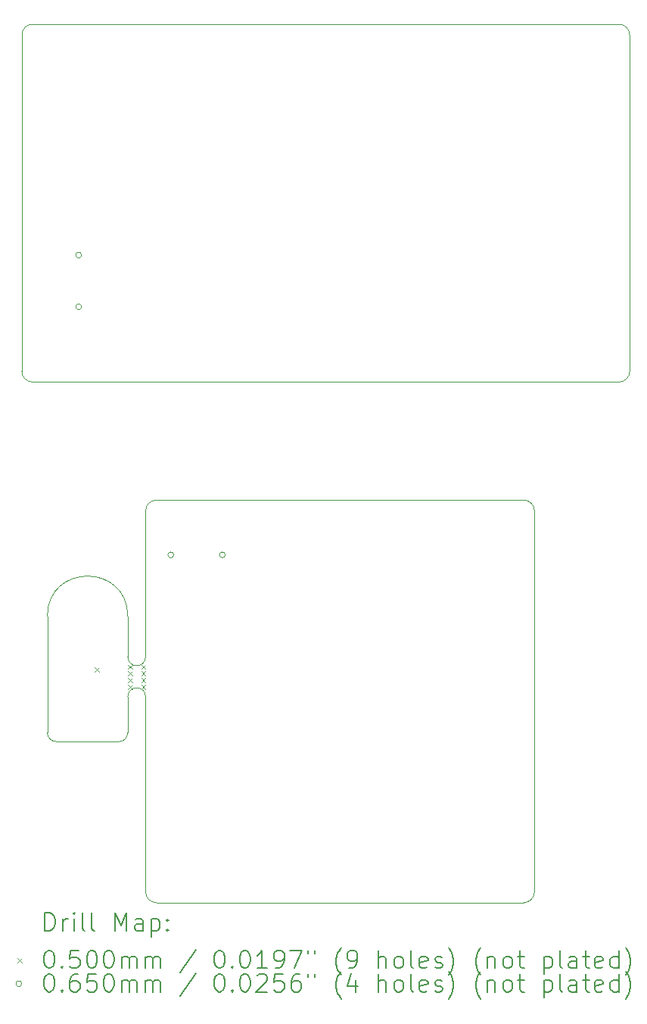
<source format=gbr>
%TF.GenerationSoftware,KiCad,Pcbnew,8.0.5*%
%TF.CreationDate,2024-10-21T14:51:44+02:00*%
%TF.ProjectId,both,626f7468-2e6b-4696-9361-645f70636258,rev?*%
%TF.SameCoordinates,Original*%
%TF.FileFunction,Drillmap*%
%TF.FilePolarity,Positive*%
%FSLAX45Y45*%
G04 Gerber Fmt 4.5, Leading zero omitted, Abs format (unit mm)*
G04 Created by KiCad (PCBNEW 8.0.5) date 2024-10-21 14:51:44*
%MOMM*%
%LPD*%
G01*
G04 APERTURE LIST*
%ADD10C,0.050000*%
%ADD11C,0.200000*%
%ADD12C,0.100000*%
G04 APERTURE END LIST*
D10*
X2803200Y-8645547D02*
X2803200Y-9945547D01*
X4023200Y-7345547D02*
X8133200Y-7345547D01*
X3703200Y-9095547D02*
X3703200Y-8645547D01*
X3903200Y-9095547D02*
G75*
G02*
X3703200Y-9095547I-100000J0D01*
G01*
X8253200Y-7465547D02*
X8253200Y-11725547D01*
X2803200Y-8645547D02*
G75*
G02*
X3703200Y-8645547I450000J0D01*
G01*
X4023200Y-11845547D02*
G75*
G02*
X3903200Y-11725547I0J120000D01*
G01*
X3903200Y-9095547D02*
X3903200Y-7465547D01*
X8133200Y-7345547D02*
G75*
G02*
X8253200Y-7465547I0J-120000D01*
G01*
X3703200Y-9945547D02*
G75*
G02*
X3601587Y-10045534I-100000J0D01*
G01*
X3703200Y-9545547D02*
G75*
G02*
X3903200Y-9545547I100000J0D01*
G01*
X2903200Y-10045547D02*
G75*
G02*
X2803200Y-9945547I0J100000D01*
G01*
X3903200Y-11725547D02*
X3903200Y-9545547D01*
X3903200Y-7465547D02*
G75*
G02*
X4023200Y-7345547I120000J0D01*
G01*
X2903200Y-10045547D02*
X3601587Y-10045547D01*
X8253200Y-11725547D02*
G75*
G02*
X8133200Y-11845547I-120000J0D01*
G01*
X3703200Y-9545547D02*
X3703200Y-9945547D01*
X8133200Y-11845547D02*
X4023200Y-11845547D01*
X2638700Y-6026200D02*
G75*
G02*
X2518700Y-5906200I0J120000D01*
G01*
X9198700Y-2026053D02*
X2638700Y-2026200D01*
X2518700Y-5906200D02*
X2518700Y-2146200D01*
X2638700Y-6026200D02*
X9198700Y-6026200D01*
X2518700Y-2146200D02*
G75*
G02*
X2638700Y-2026200I120000J0D01*
G01*
X9318700Y-5906200D02*
G75*
G02*
X9198700Y-6026200I-120000J0D01*
G01*
X9318700Y-5906200D02*
X9318700Y-2146053D01*
X9198700Y-2026053D02*
G75*
G02*
X9318700Y-2146053I-2J-120002D01*
G01*
D11*
D12*
X3332400Y-9214547D02*
X3382400Y-9264547D01*
X3382400Y-9214547D02*
X3332400Y-9264547D01*
X3703200Y-9185547D02*
X3753200Y-9235547D01*
X3753200Y-9185547D02*
X3703200Y-9235547D01*
X3703200Y-9260547D02*
X3753200Y-9310547D01*
X3753200Y-9260547D02*
X3703200Y-9310547D01*
X3703200Y-9335547D02*
X3753200Y-9385547D01*
X3753200Y-9335547D02*
X3703200Y-9385547D01*
X3703200Y-9410547D02*
X3753200Y-9460547D01*
X3753200Y-9410547D02*
X3703200Y-9460547D01*
X3853200Y-9185547D02*
X3903200Y-9235547D01*
X3903200Y-9185547D02*
X3853200Y-9235547D01*
X3853200Y-9260547D02*
X3903200Y-9310547D01*
X3903200Y-9260547D02*
X3853200Y-9310547D01*
X3853200Y-9335547D02*
X3903200Y-9385547D01*
X3903200Y-9335547D02*
X3853200Y-9385547D01*
X3853200Y-9410547D02*
X3903200Y-9460547D01*
X3903200Y-9410547D02*
X3853200Y-9460547D01*
X3186080Y-4606600D02*
G75*
G02*
X3121080Y-4606600I-32500J0D01*
G01*
X3121080Y-4606600D02*
G75*
G02*
X3186080Y-4606600I32500J0D01*
G01*
X3186080Y-5184600D02*
G75*
G02*
X3121080Y-5184600I-32500J0D01*
G01*
X3121080Y-5184600D02*
G75*
G02*
X3186080Y-5184600I32500J0D01*
G01*
X4216900Y-7958447D02*
G75*
G02*
X4151900Y-7958447I-32500J0D01*
G01*
X4151900Y-7958447D02*
G75*
G02*
X4216900Y-7958447I32500J0D01*
G01*
X4794900Y-7958447D02*
G75*
G02*
X4729900Y-7958447I-32500J0D01*
G01*
X4729900Y-7958447D02*
G75*
G02*
X4794900Y-7958447I32500J0D01*
G01*
D11*
X2776977Y-12159531D02*
X2776977Y-11959531D01*
X2776977Y-11959531D02*
X2824596Y-11959531D01*
X2824596Y-11959531D02*
X2853167Y-11969055D01*
X2853167Y-11969055D02*
X2872215Y-11988102D01*
X2872215Y-11988102D02*
X2881739Y-12007150D01*
X2881739Y-12007150D02*
X2891262Y-12045245D01*
X2891262Y-12045245D02*
X2891262Y-12073817D01*
X2891262Y-12073817D02*
X2881739Y-12111912D01*
X2881739Y-12111912D02*
X2872215Y-12130959D01*
X2872215Y-12130959D02*
X2853167Y-12150007D01*
X2853167Y-12150007D02*
X2824596Y-12159531D01*
X2824596Y-12159531D02*
X2776977Y-12159531D01*
X2976977Y-12159531D02*
X2976977Y-12026198D01*
X2976977Y-12064293D02*
X2986501Y-12045245D01*
X2986501Y-12045245D02*
X2996024Y-12035721D01*
X2996024Y-12035721D02*
X3015072Y-12026198D01*
X3015072Y-12026198D02*
X3034120Y-12026198D01*
X3100786Y-12159531D02*
X3100786Y-12026198D01*
X3100786Y-11959531D02*
X3091262Y-11969055D01*
X3091262Y-11969055D02*
X3100786Y-11978579D01*
X3100786Y-11978579D02*
X3110310Y-11969055D01*
X3110310Y-11969055D02*
X3100786Y-11959531D01*
X3100786Y-11959531D02*
X3100786Y-11978579D01*
X3224596Y-12159531D02*
X3205548Y-12150007D01*
X3205548Y-12150007D02*
X3196024Y-12130959D01*
X3196024Y-12130959D02*
X3196024Y-11959531D01*
X3329358Y-12159531D02*
X3310310Y-12150007D01*
X3310310Y-12150007D02*
X3300786Y-12130959D01*
X3300786Y-12130959D02*
X3300786Y-11959531D01*
X3557929Y-12159531D02*
X3557929Y-11959531D01*
X3557929Y-11959531D02*
X3624596Y-12102388D01*
X3624596Y-12102388D02*
X3691262Y-11959531D01*
X3691262Y-11959531D02*
X3691262Y-12159531D01*
X3872215Y-12159531D02*
X3872215Y-12054769D01*
X3872215Y-12054769D02*
X3862691Y-12035721D01*
X3862691Y-12035721D02*
X3843643Y-12026198D01*
X3843643Y-12026198D02*
X3805548Y-12026198D01*
X3805548Y-12026198D02*
X3786501Y-12035721D01*
X3872215Y-12150007D02*
X3853167Y-12159531D01*
X3853167Y-12159531D02*
X3805548Y-12159531D01*
X3805548Y-12159531D02*
X3786501Y-12150007D01*
X3786501Y-12150007D02*
X3776977Y-12130959D01*
X3776977Y-12130959D02*
X3776977Y-12111912D01*
X3776977Y-12111912D02*
X3786501Y-12092864D01*
X3786501Y-12092864D02*
X3805548Y-12083340D01*
X3805548Y-12083340D02*
X3853167Y-12083340D01*
X3853167Y-12083340D02*
X3872215Y-12073817D01*
X3967453Y-12026198D02*
X3967453Y-12226198D01*
X3967453Y-12035721D02*
X3986501Y-12026198D01*
X3986501Y-12026198D02*
X4024596Y-12026198D01*
X4024596Y-12026198D02*
X4043643Y-12035721D01*
X4043643Y-12035721D02*
X4053167Y-12045245D01*
X4053167Y-12045245D02*
X4062691Y-12064293D01*
X4062691Y-12064293D02*
X4062691Y-12121436D01*
X4062691Y-12121436D02*
X4053167Y-12140483D01*
X4053167Y-12140483D02*
X4043643Y-12150007D01*
X4043643Y-12150007D02*
X4024596Y-12159531D01*
X4024596Y-12159531D02*
X3986501Y-12159531D01*
X3986501Y-12159531D02*
X3967453Y-12150007D01*
X4148405Y-12140483D02*
X4157929Y-12150007D01*
X4157929Y-12150007D02*
X4148405Y-12159531D01*
X4148405Y-12159531D02*
X4138882Y-12150007D01*
X4138882Y-12150007D02*
X4148405Y-12140483D01*
X4148405Y-12140483D02*
X4148405Y-12159531D01*
X4148405Y-12035721D02*
X4157929Y-12045245D01*
X4157929Y-12045245D02*
X4148405Y-12054769D01*
X4148405Y-12054769D02*
X4138882Y-12045245D01*
X4138882Y-12045245D02*
X4148405Y-12035721D01*
X4148405Y-12035721D02*
X4148405Y-12054769D01*
D12*
X2466200Y-12463047D02*
X2516200Y-12513047D01*
X2516200Y-12463047D02*
X2466200Y-12513047D01*
D11*
X2815072Y-12379531D02*
X2834120Y-12379531D01*
X2834120Y-12379531D02*
X2853167Y-12389055D01*
X2853167Y-12389055D02*
X2862691Y-12398579D01*
X2862691Y-12398579D02*
X2872215Y-12417626D01*
X2872215Y-12417626D02*
X2881739Y-12455721D01*
X2881739Y-12455721D02*
X2881739Y-12503340D01*
X2881739Y-12503340D02*
X2872215Y-12541436D01*
X2872215Y-12541436D02*
X2862691Y-12560483D01*
X2862691Y-12560483D02*
X2853167Y-12570007D01*
X2853167Y-12570007D02*
X2834120Y-12579531D01*
X2834120Y-12579531D02*
X2815072Y-12579531D01*
X2815072Y-12579531D02*
X2796024Y-12570007D01*
X2796024Y-12570007D02*
X2786501Y-12560483D01*
X2786501Y-12560483D02*
X2776977Y-12541436D01*
X2776977Y-12541436D02*
X2767453Y-12503340D01*
X2767453Y-12503340D02*
X2767453Y-12455721D01*
X2767453Y-12455721D02*
X2776977Y-12417626D01*
X2776977Y-12417626D02*
X2786501Y-12398579D01*
X2786501Y-12398579D02*
X2796024Y-12389055D01*
X2796024Y-12389055D02*
X2815072Y-12379531D01*
X2967453Y-12560483D02*
X2976977Y-12570007D01*
X2976977Y-12570007D02*
X2967453Y-12579531D01*
X2967453Y-12579531D02*
X2957929Y-12570007D01*
X2957929Y-12570007D02*
X2967453Y-12560483D01*
X2967453Y-12560483D02*
X2967453Y-12579531D01*
X3157929Y-12379531D02*
X3062691Y-12379531D01*
X3062691Y-12379531D02*
X3053167Y-12474769D01*
X3053167Y-12474769D02*
X3062691Y-12465245D01*
X3062691Y-12465245D02*
X3081739Y-12455721D01*
X3081739Y-12455721D02*
X3129358Y-12455721D01*
X3129358Y-12455721D02*
X3148405Y-12465245D01*
X3148405Y-12465245D02*
X3157929Y-12474769D01*
X3157929Y-12474769D02*
X3167453Y-12493817D01*
X3167453Y-12493817D02*
X3167453Y-12541436D01*
X3167453Y-12541436D02*
X3157929Y-12560483D01*
X3157929Y-12560483D02*
X3148405Y-12570007D01*
X3148405Y-12570007D02*
X3129358Y-12579531D01*
X3129358Y-12579531D02*
X3081739Y-12579531D01*
X3081739Y-12579531D02*
X3062691Y-12570007D01*
X3062691Y-12570007D02*
X3053167Y-12560483D01*
X3291262Y-12379531D02*
X3310310Y-12379531D01*
X3310310Y-12379531D02*
X3329358Y-12389055D01*
X3329358Y-12389055D02*
X3338882Y-12398579D01*
X3338882Y-12398579D02*
X3348405Y-12417626D01*
X3348405Y-12417626D02*
X3357929Y-12455721D01*
X3357929Y-12455721D02*
X3357929Y-12503340D01*
X3357929Y-12503340D02*
X3348405Y-12541436D01*
X3348405Y-12541436D02*
X3338882Y-12560483D01*
X3338882Y-12560483D02*
X3329358Y-12570007D01*
X3329358Y-12570007D02*
X3310310Y-12579531D01*
X3310310Y-12579531D02*
X3291262Y-12579531D01*
X3291262Y-12579531D02*
X3272215Y-12570007D01*
X3272215Y-12570007D02*
X3262691Y-12560483D01*
X3262691Y-12560483D02*
X3253167Y-12541436D01*
X3253167Y-12541436D02*
X3243643Y-12503340D01*
X3243643Y-12503340D02*
X3243643Y-12455721D01*
X3243643Y-12455721D02*
X3253167Y-12417626D01*
X3253167Y-12417626D02*
X3262691Y-12398579D01*
X3262691Y-12398579D02*
X3272215Y-12389055D01*
X3272215Y-12389055D02*
X3291262Y-12379531D01*
X3481739Y-12379531D02*
X3500786Y-12379531D01*
X3500786Y-12379531D02*
X3519834Y-12389055D01*
X3519834Y-12389055D02*
X3529358Y-12398579D01*
X3529358Y-12398579D02*
X3538882Y-12417626D01*
X3538882Y-12417626D02*
X3548405Y-12455721D01*
X3548405Y-12455721D02*
X3548405Y-12503340D01*
X3548405Y-12503340D02*
X3538882Y-12541436D01*
X3538882Y-12541436D02*
X3529358Y-12560483D01*
X3529358Y-12560483D02*
X3519834Y-12570007D01*
X3519834Y-12570007D02*
X3500786Y-12579531D01*
X3500786Y-12579531D02*
X3481739Y-12579531D01*
X3481739Y-12579531D02*
X3462691Y-12570007D01*
X3462691Y-12570007D02*
X3453167Y-12560483D01*
X3453167Y-12560483D02*
X3443643Y-12541436D01*
X3443643Y-12541436D02*
X3434120Y-12503340D01*
X3434120Y-12503340D02*
X3434120Y-12455721D01*
X3434120Y-12455721D02*
X3443643Y-12417626D01*
X3443643Y-12417626D02*
X3453167Y-12398579D01*
X3453167Y-12398579D02*
X3462691Y-12389055D01*
X3462691Y-12389055D02*
X3481739Y-12379531D01*
X3634120Y-12579531D02*
X3634120Y-12446198D01*
X3634120Y-12465245D02*
X3643643Y-12455721D01*
X3643643Y-12455721D02*
X3662691Y-12446198D01*
X3662691Y-12446198D02*
X3691263Y-12446198D01*
X3691263Y-12446198D02*
X3710310Y-12455721D01*
X3710310Y-12455721D02*
X3719834Y-12474769D01*
X3719834Y-12474769D02*
X3719834Y-12579531D01*
X3719834Y-12474769D02*
X3729358Y-12455721D01*
X3729358Y-12455721D02*
X3748405Y-12446198D01*
X3748405Y-12446198D02*
X3776977Y-12446198D01*
X3776977Y-12446198D02*
X3796024Y-12455721D01*
X3796024Y-12455721D02*
X3805548Y-12474769D01*
X3805548Y-12474769D02*
X3805548Y-12579531D01*
X3900786Y-12579531D02*
X3900786Y-12446198D01*
X3900786Y-12465245D02*
X3910310Y-12455721D01*
X3910310Y-12455721D02*
X3929358Y-12446198D01*
X3929358Y-12446198D02*
X3957929Y-12446198D01*
X3957929Y-12446198D02*
X3976977Y-12455721D01*
X3976977Y-12455721D02*
X3986501Y-12474769D01*
X3986501Y-12474769D02*
X3986501Y-12579531D01*
X3986501Y-12474769D02*
X3996024Y-12455721D01*
X3996024Y-12455721D02*
X4015072Y-12446198D01*
X4015072Y-12446198D02*
X4043643Y-12446198D01*
X4043643Y-12446198D02*
X4062691Y-12455721D01*
X4062691Y-12455721D02*
X4072215Y-12474769D01*
X4072215Y-12474769D02*
X4072215Y-12579531D01*
X4462691Y-12370007D02*
X4291263Y-12627150D01*
X4719834Y-12379531D02*
X4738882Y-12379531D01*
X4738882Y-12379531D02*
X4757929Y-12389055D01*
X4757929Y-12389055D02*
X4767453Y-12398579D01*
X4767453Y-12398579D02*
X4776977Y-12417626D01*
X4776977Y-12417626D02*
X4786501Y-12455721D01*
X4786501Y-12455721D02*
X4786501Y-12503340D01*
X4786501Y-12503340D02*
X4776977Y-12541436D01*
X4776977Y-12541436D02*
X4767453Y-12560483D01*
X4767453Y-12560483D02*
X4757929Y-12570007D01*
X4757929Y-12570007D02*
X4738882Y-12579531D01*
X4738882Y-12579531D02*
X4719834Y-12579531D01*
X4719834Y-12579531D02*
X4700787Y-12570007D01*
X4700787Y-12570007D02*
X4691263Y-12560483D01*
X4691263Y-12560483D02*
X4681739Y-12541436D01*
X4681739Y-12541436D02*
X4672215Y-12503340D01*
X4672215Y-12503340D02*
X4672215Y-12455721D01*
X4672215Y-12455721D02*
X4681739Y-12417626D01*
X4681739Y-12417626D02*
X4691263Y-12398579D01*
X4691263Y-12398579D02*
X4700787Y-12389055D01*
X4700787Y-12389055D02*
X4719834Y-12379531D01*
X4872215Y-12560483D02*
X4881739Y-12570007D01*
X4881739Y-12570007D02*
X4872215Y-12579531D01*
X4872215Y-12579531D02*
X4862691Y-12570007D01*
X4862691Y-12570007D02*
X4872215Y-12560483D01*
X4872215Y-12560483D02*
X4872215Y-12579531D01*
X5005548Y-12379531D02*
X5024596Y-12379531D01*
X5024596Y-12379531D02*
X5043644Y-12389055D01*
X5043644Y-12389055D02*
X5053168Y-12398579D01*
X5053168Y-12398579D02*
X5062691Y-12417626D01*
X5062691Y-12417626D02*
X5072215Y-12455721D01*
X5072215Y-12455721D02*
X5072215Y-12503340D01*
X5072215Y-12503340D02*
X5062691Y-12541436D01*
X5062691Y-12541436D02*
X5053168Y-12560483D01*
X5053168Y-12560483D02*
X5043644Y-12570007D01*
X5043644Y-12570007D02*
X5024596Y-12579531D01*
X5024596Y-12579531D02*
X5005548Y-12579531D01*
X5005548Y-12579531D02*
X4986501Y-12570007D01*
X4986501Y-12570007D02*
X4976977Y-12560483D01*
X4976977Y-12560483D02*
X4967453Y-12541436D01*
X4967453Y-12541436D02*
X4957929Y-12503340D01*
X4957929Y-12503340D02*
X4957929Y-12455721D01*
X4957929Y-12455721D02*
X4967453Y-12417626D01*
X4967453Y-12417626D02*
X4976977Y-12398579D01*
X4976977Y-12398579D02*
X4986501Y-12389055D01*
X4986501Y-12389055D02*
X5005548Y-12379531D01*
X5262691Y-12579531D02*
X5148406Y-12579531D01*
X5205548Y-12579531D02*
X5205548Y-12379531D01*
X5205548Y-12379531D02*
X5186501Y-12408102D01*
X5186501Y-12408102D02*
X5167453Y-12427150D01*
X5167453Y-12427150D02*
X5148406Y-12436674D01*
X5357929Y-12579531D02*
X5396025Y-12579531D01*
X5396025Y-12579531D02*
X5415072Y-12570007D01*
X5415072Y-12570007D02*
X5424596Y-12560483D01*
X5424596Y-12560483D02*
X5443644Y-12531912D01*
X5443644Y-12531912D02*
X5453168Y-12493817D01*
X5453168Y-12493817D02*
X5453168Y-12417626D01*
X5453168Y-12417626D02*
X5443644Y-12398579D01*
X5443644Y-12398579D02*
X5434120Y-12389055D01*
X5434120Y-12389055D02*
X5415072Y-12379531D01*
X5415072Y-12379531D02*
X5376977Y-12379531D01*
X5376977Y-12379531D02*
X5357929Y-12389055D01*
X5357929Y-12389055D02*
X5348406Y-12398579D01*
X5348406Y-12398579D02*
X5338882Y-12417626D01*
X5338882Y-12417626D02*
X5338882Y-12465245D01*
X5338882Y-12465245D02*
X5348406Y-12484293D01*
X5348406Y-12484293D02*
X5357929Y-12493817D01*
X5357929Y-12493817D02*
X5376977Y-12503340D01*
X5376977Y-12503340D02*
X5415072Y-12503340D01*
X5415072Y-12503340D02*
X5434120Y-12493817D01*
X5434120Y-12493817D02*
X5443644Y-12484293D01*
X5443644Y-12484293D02*
X5453168Y-12465245D01*
X5519834Y-12379531D02*
X5653167Y-12379531D01*
X5653167Y-12379531D02*
X5567453Y-12579531D01*
X5719834Y-12379531D02*
X5719834Y-12417626D01*
X5796025Y-12379531D02*
X5796025Y-12417626D01*
X6091263Y-12655721D02*
X6081739Y-12646198D01*
X6081739Y-12646198D02*
X6062691Y-12617626D01*
X6062691Y-12617626D02*
X6053168Y-12598579D01*
X6053168Y-12598579D02*
X6043644Y-12570007D01*
X6043644Y-12570007D02*
X6034120Y-12522388D01*
X6034120Y-12522388D02*
X6034120Y-12484293D01*
X6034120Y-12484293D02*
X6043644Y-12436674D01*
X6043644Y-12436674D02*
X6053168Y-12408102D01*
X6053168Y-12408102D02*
X6062691Y-12389055D01*
X6062691Y-12389055D02*
X6081739Y-12360483D01*
X6081739Y-12360483D02*
X6091263Y-12350959D01*
X6176977Y-12579531D02*
X6215072Y-12579531D01*
X6215072Y-12579531D02*
X6234120Y-12570007D01*
X6234120Y-12570007D02*
X6243644Y-12560483D01*
X6243644Y-12560483D02*
X6262691Y-12531912D01*
X6262691Y-12531912D02*
X6272215Y-12493817D01*
X6272215Y-12493817D02*
X6272215Y-12417626D01*
X6272215Y-12417626D02*
X6262691Y-12398579D01*
X6262691Y-12398579D02*
X6253168Y-12389055D01*
X6253168Y-12389055D02*
X6234120Y-12379531D01*
X6234120Y-12379531D02*
X6196025Y-12379531D01*
X6196025Y-12379531D02*
X6176977Y-12389055D01*
X6176977Y-12389055D02*
X6167453Y-12398579D01*
X6167453Y-12398579D02*
X6157929Y-12417626D01*
X6157929Y-12417626D02*
X6157929Y-12465245D01*
X6157929Y-12465245D02*
X6167453Y-12484293D01*
X6167453Y-12484293D02*
X6176977Y-12493817D01*
X6176977Y-12493817D02*
X6196025Y-12503340D01*
X6196025Y-12503340D02*
X6234120Y-12503340D01*
X6234120Y-12503340D02*
X6253168Y-12493817D01*
X6253168Y-12493817D02*
X6262691Y-12484293D01*
X6262691Y-12484293D02*
X6272215Y-12465245D01*
X6510310Y-12579531D02*
X6510310Y-12379531D01*
X6596025Y-12579531D02*
X6596025Y-12474769D01*
X6596025Y-12474769D02*
X6586501Y-12455721D01*
X6586501Y-12455721D02*
X6567453Y-12446198D01*
X6567453Y-12446198D02*
X6538882Y-12446198D01*
X6538882Y-12446198D02*
X6519834Y-12455721D01*
X6519834Y-12455721D02*
X6510310Y-12465245D01*
X6719834Y-12579531D02*
X6700787Y-12570007D01*
X6700787Y-12570007D02*
X6691263Y-12560483D01*
X6691263Y-12560483D02*
X6681739Y-12541436D01*
X6681739Y-12541436D02*
X6681739Y-12484293D01*
X6681739Y-12484293D02*
X6691263Y-12465245D01*
X6691263Y-12465245D02*
X6700787Y-12455721D01*
X6700787Y-12455721D02*
X6719834Y-12446198D01*
X6719834Y-12446198D02*
X6748406Y-12446198D01*
X6748406Y-12446198D02*
X6767453Y-12455721D01*
X6767453Y-12455721D02*
X6776977Y-12465245D01*
X6776977Y-12465245D02*
X6786501Y-12484293D01*
X6786501Y-12484293D02*
X6786501Y-12541436D01*
X6786501Y-12541436D02*
X6776977Y-12560483D01*
X6776977Y-12560483D02*
X6767453Y-12570007D01*
X6767453Y-12570007D02*
X6748406Y-12579531D01*
X6748406Y-12579531D02*
X6719834Y-12579531D01*
X6900787Y-12579531D02*
X6881739Y-12570007D01*
X6881739Y-12570007D02*
X6872215Y-12550959D01*
X6872215Y-12550959D02*
X6872215Y-12379531D01*
X7053168Y-12570007D02*
X7034120Y-12579531D01*
X7034120Y-12579531D02*
X6996025Y-12579531D01*
X6996025Y-12579531D02*
X6976977Y-12570007D01*
X6976977Y-12570007D02*
X6967453Y-12550959D01*
X6967453Y-12550959D02*
X6967453Y-12474769D01*
X6967453Y-12474769D02*
X6976977Y-12455721D01*
X6976977Y-12455721D02*
X6996025Y-12446198D01*
X6996025Y-12446198D02*
X7034120Y-12446198D01*
X7034120Y-12446198D02*
X7053168Y-12455721D01*
X7053168Y-12455721D02*
X7062691Y-12474769D01*
X7062691Y-12474769D02*
X7062691Y-12493817D01*
X7062691Y-12493817D02*
X6967453Y-12512864D01*
X7138882Y-12570007D02*
X7157930Y-12579531D01*
X7157930Y-12579531D02*
X7196025Y-12579531D01*
X7196025Y-12579531D02*
X7215072Y-12570007D01*
X7215072Y-12570007D02*
X7224596Y-12550959D01*
X7224596Y-12550959D02*
X7224596Y-12541436D01*
X7224596Y-12541436D02*
X7215072Y-12522388D01*
X7215072Y-12522388D02*
X7196025Y-12512864D01*
X7196025Y-12512864D02*
X7167453Y-12512864D01*
X7167453Y-12512864D02*
X7148406Y-12503340D01*
X7148406Y-12503340D02*
X7138882Y-12484293D01*
X7138882Y-12484293D02*
X7138882Y-12474769D01*
X7138882Y-12474769D02*
X7148406Y-12455721D01*
X7148406Y-12455721D02*
X7167453Y-12446198D01*
X7167453Y-12446198D02*
X7196025Y-12446198D01*
X7196025Y-12446198D02*
X7215072Y-12455721D01*
X7291263Y-12655721D02*
X7300787Y-12646198D01*
X7300787Y-12646198D02*
X7319834Y-12617626D01*
X7319834Y-12617626D02*
X7329358Y-12598579D01*
X7329358Y-12598579D02*
X7338882Y-12570007D01*
X7338882Y-12570007D02*
X7348406Y-12522388D01*
X7348406Y-12522388D02*
X7348406Y-12484293D01*
X7348406Y-12484293D02*
X7338882Y-12436674D01*
X7338882Y-12436674D02*
X7329358Y-12408102D01*
X7329358Y-12408102D02*
X7319834Y-12389055D01*
X7319834Y-12389055D02*
X7300787Y-12360483D01*
X7300787Y-12360483D02*
X7291263Y-12350959D01*
X7653168Y-12655721D02*
X7643644Y-12646198D01*
X7643644Y-12646198D02*
X7624596Y-12617626D01*
X7624596Y-12617626D02*
X7615072Y-12598579D01*
X7615072Y-12598579D02*
X7605549Y-12570007D01*
X7605549Y-12570007D02*
X7596025Y-12522388D01*
X7596025Y-12522388D02*
X7596025Y-12484293D01*
X7596025Y-12484293D02*
X7605549Y-12436674D01*
X7605549Y-12436674D02*
X7615072Y-12408102D01*
X7615072Y-12408102D02*
X7624596Y-12389055D01*
X7624596Y-12389055D02*
X7643644Y-12360483D01*
X7643644Y-12360483D02*
X7653168Y-12350959D01*
X7729358Y-12446198D02*
X7729358Y-12579531D01*
X7729358Y-12465245D02*
X7738882Y-12455721D01*
X7738882Y-12455721D02*
X7757930Y-12446198D01*
X7757930Y-12446198D02*
X7786501Y-12446198D01*
X7786501Y-12446198D02*
X7805549Y-12455721D01*
X7805549Y-12455721D02*
X7815072Y-12474769D01*
X7815072Y-12474769D02*
X7815072Y-12579531D01*
X7938882Y-12579531D02*
X7919834Y-12570007D01*
X7919834Y-12570007D02*
X7910311Y-12560483D01*
X7910311Y-12560483D02*
X7900787Y-12541436D01*
X7900787Y-12541436D02*
X7900787Y-12484293D01*
X7900787Y-12484293D02*
X7910311Y-12465245D01*
X7910311Y-12465245D02*
X7919834Y-12455721D01*
X7919834Y-12455721D02*
X7938882Y-12446198D01*
X7938882Y-12446198D02*
X7967453Y-12446198D01*
X7967453Y-12446198D02*
X7986501Y-12455721D01*
X7986501Y-12455721D02*
X7996025Y-12465245D01*
X7996025Y-12465245D02*
X8005549Y-12484293D01*
X8005549Y-12484293D02*
X8005549Y-12541436D01*
X8005549Y-12541436D02*
X7996025Y-12560483D01*
X7996025Y-12560483D02*
X7986501Y-12570007D01*
X7986501Y-12570007D02*
X7967453Y-12579531D01*
X7967453Y-12579531D02*
X7938882Y-12579531D01*
X8062692Y-12446198D02*
X8138882Y-12446198D01*
X8091263Y-12379531D02*
X8091263Y-12550959D01*
X8091263Y-12550959D02*
X8100787Y-12570007D01*
X8100787Y-12570007D02*
X8119834Y-12579531D01*
X8119834Y-12579531D02*
X8138882Y-12579531D01*
X8357930Y-12446198D02*
X8357930Y-12646198D01*
X8357930Y-12455721D02*
X8376977Y-12446198D01*
X8376977Y-12446198D02*
X8415073Y-12446198D01*
X8415073Y-12446198D02*
X8434120Y-12455721D01*
X8434120Y-12455721D02*
X8443644Y-12465245D01*
X8443644Y-12465245D02*
X8453168Y-12484293D01*
X8453168Y-12484293D02*
X8453168Y-12541436D01*
X8453168Y-12541436D02*
X8443644Y-12560483D01*
X8443644Y-12560483D02*
X8434120Y-12570007D01*
X8434120Y-12570007D02*
X8415073Y-12579531D01*
X8415073Y-12579531D02*
X8376977Y-12579531D01*
X8376977Y-12579531D02*
X8357930Y-12570007D01*
X8567454Y-12579531D02*
X8548406Y-12570007D01*
X8548406Y-12570007D02*
X8538882Y-12550959D01*
X8538882Y-12550959D02*
X8538882Y-12379531D01*
X8729358Y-12579531D02*
X8729358Y-12474769D01*
X8729358Y-12474769D02*
X8719835Y-12455721D01*
X8719835Y-12455721D02*
X8700787Y-12446198D01*
X8700787Y-12446198D02*
X8662692Y-12446198D01*
X8662692Y-12446198D02*
X8643644Y-12455721D01*
X8729358Y-12570007D02*
X8710311Y-12579531D01*
X8710311Y-12579531D02*
X8662692Y-12579531D01*
X8662692Y-12579531D02*
X8643644Y-12570007D01*
X8643644Y-12570007D02*
X8634120Y-12550959D01*
X8634120Y-12550959D02*
X8634120Y-12531912D01*
X8634120Y-12531912D02*
X8643644Y-12512864D01*
X8643644Y-12512864D02*
X8662692Y-12503340D01*
X8662692Y-12503340D02*
X8710311Y-12503340D01*
X8710311Y-12503340D02*
X8729358Y-12493817D01*
X8796025Y-12446198D02*
X8872215Y-12446198D01*
X8824596Y-12379531D02*
X8824596Y-12550959D01*
X8824596Y-12550959D02*
X8834120Y-12570007D01*
X8834120Y-12570007D02*
X8853168Y-12579531D01*
X8853168Y-12579531D02*
X8872215Y-12579531D01*
X9015073Y-12570007D02*
X8996025Y-12579531D01*
X8996025Y-12579531D02*
X8957930Y-12579531D01*
X8957930Y-12579531D02*
X8938882Y-12570007D01*
X8938882Y-12570007D02*
X8929358Y-12550959D01*
X8929358Y-12550959D02*
X8929358Y-12474769D01*
X8929358Y-12474769D02*
X8938882Y-12455721D01*
X8938882Y-12455721D02*
X8957930Y-12446198D01*
X8957930Y-12446198D02*
X8996025Y-12446198D01*
X8996025Y-12446198D02*
X9015073Y-12455721D01*
X9015073Y-12455721D02*
X9024596Y-12474769D01*
X9024596Y-12474769D02*
X9024596Y-12493817D01*
X9024596Y-12493817D02*
X8929358Y-12512864D01*
X9196025Y-12579531D02*
X9196025Y-12379531D01*
X9196025Y-12570007D02*
X9176977Y-12579531D01*
X9176977Y-12579531D02*
X9138882Y-12579531D01*
X9138882Y-12579531D02*
X9119835Y-12570007D01*
X9119835Y-12570007D02*
X9110311Y-12560483D01*
X9110311Y-12560483D02*
X9100787Y-12541436D01*
X9100787Y-12541436D02*
X9100787Y-12484293D01*
X9100787Y-12484293D02*
X9110311Y-12465245D01*
X9110311Y-12465245D02*
X9119835Y-12455721D01*
X9119835Y-12455721D02*
X9138882Y-12446198D01*
X9138882Y-12446198D02*
X9176977Y-12446198D01*
X9176977Y-12446198D02*
X9196025Y-12455721D01*
X9272216Y-12655721D02*
X9281739Y-12646198D01*
X9281739Y-12646198D02*
X9300787Y-12617626D01*
X9300787Y-12617626D02*
X9310311Y-12598579D01*
X9310311Y-12598579D02*
X9319835Y-12570007D01*
X9319835Y-12570007D02*
X9329358Y-12522388D01*
X9329358Y-12522388D02*
X9329358Y-12484293D01*
X9329358Y-12484293D02*
X9319835Y-12436674D01*
X9319835Y-12436674D02*
X9310311Y-12408102D01*
X9310311Y-12408102D02*
X9300787Y-12389055D01*
X9300787Y-12389055D02*
X9281739Y-12360483D01*
X9281739Y-12360483D02*
X9272216Y-12350959D01*
D12*
X2516200Y-12752047D02*
G75*
G02*
X2451200Y-12752047I-32500J0D01*
G01*
X2451200Y-12752047D02*
G75*
G02*
X2516200Y-12752047I32500J0D01*
G01*
D11*
X2815072Y-12643531D02*
X2834120Y-12643531D01*
X2834120Y-12643531D02*
X2853167Y-12653055D01*
X2853167Y-12653055D02*
X2862691Y-12662579D01*
X2862691Y-12662579D02*
X2872215Y-12681626D01*
X2872215Y-12681626D02*
X2881739Y-12719721D01*
X2881739Y-12719721D02*
X2881739Y-12767340D01*
X2881739Y-12767340D02*
X2872215Y-12805436D01*
X2872215Y-12805436D02*
X2862691Y-12824483D01*
X2862691Y-12824483D02*
X2853167Y-12834007D01*
X2853167Y-12834007D02*
X2834120Y-12843531D01*
X2834120Y-12843531D02*
X2815072Y-12843531D01*
X2815072Y-12843531D02*
X2796024Y-12834007D01*
X2796024Y-12834007D02*
X2786501Y-12824483D01*
X2786501Y-12824483D02*
X2776977Y-12805436D01*
X2776977Y-12805436D02*
X2767453Y-12767340D01*
X2767453Y-12767340D02*
X2767453Y-12719721D01*
X2767453Y-12719721D02*
X2776977Y-12681626D01*
X2776977Y-12681626D02*
X2786501Y-12662579D01*
X2786501Y-12662579D02*
X2796024Y-12653055D01*
X2796024Y-12653055D02*
X2815072Y-12643531D01*
X2967453Y-12824483D02*
X2976977Y-12834007D01*
X2976977Y-12834007D02*
X2967453Y-12843531D01*
X2967453Y-12843531D02*
X2957929Y-12834007D01*
X2957929Y-12834007D02*
X2967453Y-12824483D01*
X2967453Y-12824483D02*
X2967453Y-12843531D01*
X3148405Y-12643531D02*
X3110310Y-12643531D01*
X3110310Y-12643531D02*
X3091262Y-12653055D01*
X3091262Y-12653055D02*
X3081739Y-12662579D01*
X3081739Y-12662579D02*
X3062691Y-12691150D01*
X3062691Y-12691150D02*
X3053167Y-12729245D01*
X3053167Y-12729245D02*
X3053167Y-12805436D01*
X3053167Y-12805436D02*
X3062691Y-12824483D01*
X3062691Y-12824483D02*
X3072215Y-12834007D01*
X3072215Y-12834007D02*
X3091262Y-12843531D01*
X3091262Y-12843531D02*
X3129358Y-12843531D01*
X3129358Y-12843531D02*
X3148405Y-12834007D01*
X3148405Y-12834007D02*
X3157929Y-12824483D01*
X3157929Y-12824483D02*
X3167453Y-12805436D01*
X3167453Y-12805436D02*
X3167453Y-12757817D01*
X3167453Y-12757817D02*
X3157929Y-12738769D01*
X3157929Y-12738769D02*
X3148405Y-12729245D01*
X3148405Y-12729245D02*
X3129358Y-12719721D01*
X3129358Y-12719721D02*
X3091262Y-12719721D01*
X3091262Y-12719721D02*
X3072215Y-12729245D01*
X3072215Y-12729245D02*
X3062691Y-12738769D01*
X3062691Y-12738769D02*
X3053167Y-12757817D01*
X3348405Y-12643531D02*
X3253167Y-12643531D01*
X3253167Y-12643531D02*
X3243643Y-12738769D01*
X3243643Y-12738769D02*
X3253167Y-12729245D01*
X3253167Y-12729245D02*
X3272215Y-12719721D01*
X3272215Y-12719721D02*
X3319834Y-12719721D01*
X3319834Y-12719721D02*
X3338882Y-12729245D01*
X3338882Y-12729245D02*
X3348405Y-12738769D01*
X3348405Y-12738769D02*
X3357929Y-12757817D01*
X3357929Y-12757817D02*
X3357929Y-12805436D01*
X3357929Y-12805436D02*
X3348405Y-12824483D01*
X3348405Y-12824483D02*
X3338882Y-12834007D01*
X3338882Y-12834007D02*
X3319834Y-12843531D01*
X3319834Y-12843531D02*
X3272215Y-12843531D01*
X3272215Y-12843531D02*
X3253167Y-12834007D01*
X3253167Y-12834007D02*
X3243643Y-12824483D01*
X3481739Y-12643531D02*
X3500786Y-12643531D01*
X3500786Y-12643531D02*
X3519834Y-12653055D01*
X3519834Y-12653055D02*
X3529358Y-12662579D01*
X3529358Y-12662579D02*
X3538882Y-12681626D01*
X3538882Y-12681626D02*
X3548405Y-12719721D01*
X3548405Y-12719721D02*
X3548405Y-12767340D01*
X3548405Y-12767340D02*
X3538882Y-12805436D01*
X3538882Y-12805436D02*
X3529358Y-12824483D01*
X3529358Y-12824483D02*
X3519834Y-12834007D01*
X3519834Y-12834007D02*
X3500786Y-12843531D01*
X3500786Y-12843531D02*
X3481739Y-12843531D01*
X3481739Y-12843531D02*
X3462691Y-12834007D01*
X3462691Y-12834007D02*
X3453167Y-12824483D01*
X3453167Y-12824483D02*
X3443643Y-12805436D01*
X3443643Y-12805436D02*
X3434120Y-12767340D01*
X3434120Y-12767340D02*
X3434120Y-12719721D01*
X3434120Y-12719721D02*
X3443643Y-12681626D01*
X3443643Y-12681626D02*
X3453167Y-12662579D01*
X3453167Y-12662579D02*
X3462691Y-12653055D01*
X3462691Y-12653055D02*
X3481739Y-12643531D01*
X3634120Y-12843531D02*
X3634120Y-12710198D01*
X3634120Y-12729245D02*
X3643643Y-12719721D01*
X3643643Y-12719721D02*
X3662691Y-12710198D01*
X3662691Y-12710198D02*
X3691263Y-12710198D01*
X3691263Y-12710198D02*
X3710310Y-12719721D01*
X3710310Y-12719721D02*
X3719834Y-12738769D01*
X3719834Y-12738769D02*
X3719834Y-12843531D01*
X3719834Y-12738769D02*
X3729358Y-12719721D01*
X3729358Y-12719721D02*
X3748405Y-12710198D01*
X3748405Y-12710198D02*
X3776977Y-12710198D01*
X3776977Y-12710198D02*
X3796024Y-12719721D01*
X3796024Y-12719721D02*
X3805548Y-12738769D01*
X3805548Y-12738769D02*
X3805548Y-12843531D01*
X3900786Y-12843531D02*
X3900786Y-12710198D01*
X3900786Y-12729245D02*
X3910310Y-12719721D01*
X3910310Y-12719721D02*
X3929358Y-12710198D01*
X3929358Y-12710198D02*
X3957929Y-12710198D01*
X3957929Y-12710198D02*
X3976977Y-12719721D01*
X3976977Y-12719721D02*
X3986501Y-12738769D01*
X3986501Y-12738769D02*
X3986501Y-12843531D01*
X3986501Y-12738769D02*
X3996024Y-12719721D01*
X3996024Y-12719721D02*
X4015072Y-12710198D01*
X4015072Y-12710198D02*
X4043643Y-12710198D01*
X4043643Y-12710198D02*
X4062691Y-12719721D01*
X4062691Y-12719721D02*
X4072215Y-12738769D01*
X4072215Y-12738769D02*
X4072215Y-12843531D01*
X4462691Y-12634007D02*
X4291263Y-12891150D01*
X4719834Y-12643531D02*
X4738882Y-12643531D01*
X4738882Y-12643531D02*
X4757929Y-12653055D01*
X4757929Y-12653055D02*
X4767453Y-12662579D01*
X4767453Y-12662579D02*
X4776977Y-12681626D01*
X4776977Y-12681626D02*
X4786501Y-12719721D01*
X4786501Y-12719721D02*
X4786501Y-12767340D01*
X4786501Y-12767340D02*
X4776977Y-12805436D01*
X4776977Y-12805436D02*
X4767453Y-12824483D01*
X4767453Y-12824483D02*
X4757929Y-12834007D01*
X4757929Y-12834007D02*
X4738882Y-12843531D01*
X4738882Y-12843531D02*
X4719834Y-12843531D01*
X4719834Y-12843531D02*
X4700787Y-12834007D01*
X4700787Y-12834007D02*
X4691263Y-12824483D01*
X4691263Y-12824483D02*
X4681739Y-12805436D01*
X4681739Y-12805436D02*
X4672215Y-12767340D01*
X4672215Y-12767340D02*
X4672215Y-12719721D01*
X4672215Y-12719721D02*
X4681739Y-12681626D01*
X4681739Y-12681626D02*
X4691263Y-12662579D01*
X4691263Y-12662579D02*
X4700787Y-12653055D01*
X4700787Y-12653055D02*
X4719834Y-12643531D01*
X4872215Y-12824483D02*
X4881739Y-12834007D01*
X4881739Y-12834007D02*
X4872215Y-12843531D01*
X4872215Y-12843531D02*
X4862691Y-12834007D01*
X4862691Y-12834007D02*
X4872215Y-12824483D01*
X4872215Y-12824483D02*
X4872215Y-12843531D01*
X5005548Y-12643531D02*
X5024596Y-12643531D01*
X5024596Y-12643531D02*
X5043644Y-12653055D01*
X5043644Y-12653055D02*
X5053168Y-12662579D01*
X5053168Y-12662579D02*
X5062691Y-12681626D01*
X5062691Y-12681626D02*
X5072215Y-12719721D01*
X5072215Y-12719721D02*
X5072215Y-12767340D01*
X5072215Y-12767340D02*
X5062691Y-12805436D01*
X5062691Y-12805436D02*
X5053168Y-12824483D01*
X5053168Y-12824483D02*
X5043644Y-12834007D01*
X5043644Y-12834007D02*
X5024596Y-12843531D01*
X5024596Y-12843531D02*
X5005548Y-12843531D01*
X5005548Y-12843531D02*
X4986501Y-12834007D01*
X4986501Y-12834007D02*
X4976977Y-12824483D01*
X4976977Y-12824483D02*
X4967453Y-12805436D01*
X4967453Y-12805436D02*
X4957929Y-12767340D01*
X4957929Y-12767340D02*
X4957929Y-12719721D01*
X4957929Y-12719721D02*
X4967453Y-12681626D01*
X4967453Y-12681626D02*
X4976977Y-12662579D01*
X4976977Y-12662579D02*
X4986501Y-12653055D01*
X4986501Y-12653055D02*
X5005548Y-12643531D01*
X5148406Y-12662579D02*
X5157929Y-12653055D01*
X5157929Y-12653055D02*
X5176977Y-12643531D01*
X5176977Y-12643531D02*
X5224596Y-12643531D01*
X5224596Y-12643531D02*
X5243644Y-12653055D01*
X5243644Y-12653055D02*
X5253168Y-12662579D01*
X5253168Y-12662579D02*
X5262691Y-12681626D01*
X5262691Y-12681626D02*
X5262691Y-12700674D01*
X5262691Y-12700674D02*
X5253168Y-12729245D01*
X5253168Y-12729245D02*
X5138882Y-12843531D01*
X5138882Y-12843531D02*
X5262691Y-12843531D01*
X5443644Y-12643531D02*
X5348406Y-12643531D01*
X5348406Y-12643531D02*
X5338882Y-12738769D01*
X5338882Y-12738769D02*
X5348406Y-12729245D01*
X5348406Y-12729245D02*
X5367453Y-12719721D01*
X5367453Y-12719721D02*
X5415072Y-12719721D01*
X5415072Y-12719721D02*
X5434120Y-12729245D01*
X5434120Y-12729245D02*
X5443644Y-12738769D01*
X5443644Y-12738769D02*
X5453168Y-12757817D01*
X5453168Y-12757817D02*
X5453168Y-12805436D01*
X5453168Y-12805436D02*
X5443644Y-12824483D01*
X5443644Y-12824483D02*
X5434120Y-12834007D01*
X5434120Y-12834007D02*
X5415072Y-12843531D01*
X5415072Y-12843531D02*
X5367453Y-12843531D01*
X5367453Y-12843531D02*
X5348406Y-12834007D01*
X5348406Y-12834007D02*
X5338882Y-12824483D01*
X5624596Y-12643531D02*
X5586501Y-12643531D01*
X5586501Y-12643531D02*
X5567453Y-12653055D01*
X5567453Y-12653055D02*
X5557929Y-12662579D01*
X5557929Y-12662579D02*
X5538882Y-12691150D01*
X5538882Y-12691150D02*
X5529358Y-12729245D01*
X5529358Y-12729245D02*
X5529358Y-12805436D01*
X5529358Y-12805436D02*
X5538882Y-12824483D01*
X5538882Y-12824483D02*
X5548406Y-12834007D01*
X5548406Y-12834007D02*
X5567453Y-12843531D01*
X5567453Y-12843531D02*
X5605548Y-12843531D01*
X5605548Y-12843531D02*
X5624596Y-12834007D01*
X5624596Y-12834007D02*
X5634120Y-12824483D01*
X5634120Y-12824483D02*
X5643644Y-12805436D01*
X5643644Y-12805436D02*
X5643644Y-12757817D01*
X5643644Y-12757817D02*
X5634120Y-12738769D01*
X5634120Y-12738769D02*
X5624596Y-12729245D01*
X5624596Y-12729245D02*
X5605548Y-12719721D01*
X5605548Y-12719721D02*
X5567453Y-12719721D01*
X5567453Y-12719721D02*
X5548406Y-12729245D01*
X5548406Y-12729245D02*
X5538882Y-12738769D01*
X5538882Y-12738769D02*
X5529358Y-12757817D01*
X5719834Y-12643531D02*
X5719834Y-12681626D01*
X5796025Y-12643531D02*
X5796025Y-12681626D01*
X6091263Y-12919721D02*
X6081739Y-12910198D01*
X6081739Y-12910198D02*
X6062691Y-12881626D01*
X6062691Y-12881626D02*
X6053168Y-12862579D01*
X6053168Y-12862579D02*
X6043644Y-12834007D01*
X6043644Y-12834007D02*
X6034120Y-12786388D01*
X6034120Y-12786388D02*
X6034120Y-12748293D01*
X6034120Y-12748293D02*
X6043644Y-12700674D01*
X6043644Y-12700674D02*
X6053168Y-12672102D01*
X6053168Y-12672102D02*
X6062691Y-12653055D01*
X6062691Y-12653055D02*
X6081739Y-12624483D01*
X6081739Y-12624483D02*
X6091263Y-12614959D01*
X6253168Y-12710198D02*
X6253168Y-12843531D01*
X6205548Y-12634007D02*
X6157929Y-12776864D01*
X6157929Y-12776864D02*
X6281739Y-12776864D01*
X6510310Y-12843531D02*
X6510310Y-12643531D01*
X6596025Y-12843531D02*
X6596025Y-12738769D01*
X6596025Y-12738769D02*
X6586501Y-12719721D01*
X6586501Y-12719721D02*
X6567453Y-12710198D01*
X6567453Y-12710198D02*
X6538882Y-12710198D01*
X6538882Y-12710198D02*
X6519834Y-12719721D01*
X6519834Y-12719721D02*
X6510310Y-12729245D01*
X6719834Y-12843531D02*
X6700787Y-12834007D01*
X6700787Y-12834007D02*
X6691263Y-12824483D01*
X6691263Y-12824483D02*
X6681739Y-12805436D01*
X6681739Y-12805436D02*
X6681739Y-12748293D01*
X6681739Y-12748293D02*
X6691263Y-12729245D01*
X6691263Y-12729245D02*
X6700787Y-12719721D01*
X6700787Y-12719721D02*
X6719834Y-12710198D01*
X6719834Y-12710198D02*
X6748406Y-12710198D01*
X6748406Y-12710198D02*
X6767453Y-12719721D01*
X6767453Y-12719721D02*
X6776977Y-12729245D01*
X6776977Y-12729245D02*
X6786501Y-12748293D01*
X6786501Y-12748293D02*
X6786501Y-12805436D01*
X6786501Y-12805436D02*
X6776977Y-12824483D01*
X6776977Y-12824483D02*
X6767453Y-12834007D01*
X6767453Y-12834007D02*
X6748406Y-12843531D01*
X6748406Y-12843531D02*
X6719834Y-12843531D01*
X6900787Y-12843531D02*
X6881739Y-12834007D01*
X6881739Y-12834007D02*
X6872215Y-12814959D01*
X6872215Y-12814959D02*
X6872215Y-12643531D01*
X7053168Y-12834007D02*
X7034120Y-12843531D01*
X7034120Y-12843531D02*
X6996025Y-12843531D01*
X6996025Y-12843531D02*
X6976977Y-12834007D01*
X6976977Y-12834007D02*
X6967453Y-12814959D01*
X6967453Y-12814959D02*
X6967453Y-12738769D01*
X6967453Y-12738769D02*
X6976977Y-12719721D01*
X6976977Y-12719721D02*
X6996025Y-12710198D01*
X6996025Y-12710198D02*
X7034120Y-12710198D01*
X7034120Y-12710198D02*
X7053168Y-12719721D01*
X7053168Y-12719721D02*
X7062691Y-12738769D01*
X7062691Y-12738769D02*
X7062691Y-12757817D01*
X7062691Y-12757817D02*
X6967453Y-12776864D01*
X7138882Y-12834007D02*
X7157930Y-12843531D01*
X7157930Y-12843531D02*
X7196025Y-12843531D01*
X7196025Y-12843531D02*
X7215072Y-12834007D01*
X7215072Y-12834007D02*
X7224596Y-12814959D01*
X7224596Y-12814959D02*
X7224596Y-12805436D01*
X7224596Y-12805436D02*
X7215072Y-12786388D01*
X7215072Y-12786388D02*
X7196025Y-12776864D01*
X7196025Y-12776864D02*
X7167453Y-12776864D01*
X7167453Y-12776864D02*
X7148406Y-12767340D01*
X7148406Y-12767340D02*
X7138882Y-12748293D01*
X7138882Y-12748293D02*
X7138882Y-12738769D01*
X7138882Y-12738769D02*
X7148406Y-12719721D01*
X7148406Y-12719721D02*
X7167453Y-12710198D01*
X7167453Y-12710198D02*
X7196025Y-12710198D01*
X7196025Y-12710198D02*
X7215072Y-12719721D01*
X7291263Y-12919721D02*
X7300787Y-12910198D01*
X7300787Y-12910198D02*
X7319834Y-12881626D01*
X7319834Y-12881626D02*
X7329358Y-12862579D01*
X7329358Y-12862579D02*
X7338882Y-12834007D01*
X7338882Y-12834007D02*
X7348406Y-12786388D01*
X7348406Y-12786388D02*
X7348406Y-12748293D01*
X7348406Y-12748293D02*
X7338882Y-12700674D01*
X7338882Y-12700674D02*
X7329358Y-12672102D01*
X7329358Y-12672102D02*
X7319834Y-12653055D01*
X7319834Y-12653055D02*
X7300787Y-12624483D01*
X7300787Y-12624483D02*
X7291263Y-12614959D01*
X7653168Y-12919721D02*
X7643644Y-12910198D01*
X7643644Y-12910198D02*
X7624596Y-12881626D01*
X7624596Y-12881626D02*
X7615072Y-12862579D01*
X7615072Y-12862579D02*
X7605549Y-12834007D01*
X7605549Y-12834007D02*
X7596025Y-12786388D01*
X7596025Y-12786388D02*
X7596025Y-12748293D01*
X7596025Y-12748293D02*
X7605549Y-12700674D01*
X7605549Y-12700674D02*
X7615072Y-12672102D01*
X7615072Y-12672102D02*
X7624596Y-12653055D01*
X7624596Y-12653055D02*
X7643644Y-12624483D01*
X7643644Y-12624483D02*
X7653168Y-12614959D01*
X7729358Y-12710198D02*
X7729358Y-12843531D01*
X7729358Y-12729245D02*
X7738882Y-12719721D01*
X7738882Y-12719721D02*
X7757930Y-12710198D01*
X7757930Y-12710198D02*
X7786501Y-12710198D01*
X7786501Y-12710198D02*
X7805549Y-12719721D01*
X7805549Y-12719721D02*
X7815072Y-12738769D01*
X7815072Y-12738769D02*
X7815072Y-12843531D01*
X7938882Y-12843531D02*
X7919834Y-12834007D01*
X7919834Y-12834007D02*
X7910311Y-12824483D01*
X7910311Y-12824483D02*
X7900787Y-12805436D01*
X7900787Y-12805436D02*
X7900787Y-12748293D01*
X7900787Y-12748293D02*
X7910311Y-12729245D01*
X7910311Y-12729245D02*
X7919834Y-12719721D01*
X7919834Y-12719721D02*
X7938882Y-12710198D01*
X7938882Y-12710198D02*
X7967453Y-12710198D01*
X7967453Y-12710198D02*
X7986501Y-12719721D01*
X7986501Y-12719721D02*
X7996025Y-12729245D01*
X7996025Y-12729245D02*
X8005549Y-12748293D01*
X8005549Y-12748293D02*
X8005549Y-12805436D01*
X8005549Y-12805436D02*
X7996025Y-12824483D01*
X7996025Y-12824483D02*
X7986501Y-12834007D01*
X7986501Y-12834007D02*
X7967453Y-12843531D01*
X7967453Y-12843531D02*
X7938882Y-12843531D01*
X8062692Y-12710198D02*
X8138882Y-12710198D01*
X8091263Y-12643531D02*
X8091263Y-12814959D01*
X8091263Y-12814959D02*
X8100787Y-12834007D01*
X8100787Y-12834007D02*
X8119834Y-12843531D01*
X8119834Y-12843531D02*
X8138882Y-12843531D01*
X8357930Y-12710198D02*
X8357930Y-12910198D01*
X8357930Y-12719721D02*
X8376977Y-12710198D01*
X8376977Y-12710198D02*
X8415073Y-12710198D01*
X8415073Y-12710198D02*
X8434120Y-12719721D01*
X8434120Y-12719721D02*
X8443644Y-12729245D01*
X8443644Y-12729245D02*
X8453168Y-12748293D01*
X8453168Y-12748293D02*
X8453168Y-12805436D01*
X8453168Y-12805436D02*
X8443644Y-12824483D01*
X8443644Y-12824483D02*
X8434120Y-12834007D01*
X8434120Y-12834007D02*
X8415073Y-12843531D01*
X8415073Y-12843531D02*
X8376977Y-12843531D01*
X8376977Y-12843531D02*
X8357930Y-12834007D01*
X8567454Y-12843531D02*
X8548406Y-12834007D01*
X8548406Y-12834007D02*
X8538882Y-12814959D01*
X8538882Y-12814959D02*
X8538882Y-12643531D01*
X8729358Y-12843531D02*
X8729358Y-12738769D01*
X8729358Y-12738769D02*
X8719835Y-12719721D01*
X8719835Y-12719721D02*
X8700787Y-12710198D01*
X8700787Y-12710198D02*
X8662692Y-12710198D01*
X8662692Y-12710198D02*
X8643644Y-12719721D01*
X8729358Y-12834007D02*
X8710311Y-12843531D01*
X8710311Y-12843531D02*
X8662692Y-12843531D01*
X8662692Y-12843531D02*
X8643644Y-12834007D01*
X8643644Y-12834007D02*
X8634120Y-12814959D01*
X8634120Y-12814959D02*
X8634120Y-12795912D01*
X8634120Y-12795912D02*
X8643644Y-12776864D01*
X8643644Y-12776864D02*
X8662692Y-12767340D01*
X8662692Y-12767340D02*
X8710311Y-12767340D01*
X8710311Y-12767340D02*
X8729358Y-12757817D01*
X8796025Y-12710198D02*
X8872215Y-12710198D01*
X8824596Y-12643531D02*
X8824596Y-12814959D01*
X8824596Y-12814959D02*
X8834120Y-12834007D01*
X8834120Y-12834007D02*
X8853168Y-12843531D01*
X8853168Y-12843531D02*
X8872215Y-12843531D01*
X9015073Y-12834007D02*
X8996025Y-12843531D01*
X8996025Y-12843531D02*
X8957930Y-12843531D01*
X8957930Y-12843531D02*
X8938882Y-12834007D01*
X8938882Y-12834007D02*
X8929358Y-12814959D01*
X8929358Y-12814959D02*
X8929358Y-12738769D01*
X8929358Y-12738769D02*
X8938882Y-12719721D01*
X8938882Y-12719721D02*
X8957930Y-12710198D01*
X8957930Y-12710198D02*
X8996025Y-12710198D01*
X8996025Y-12710198D02*
X9015073Y-12719721D01*
X9015073Y-12719721D02*
X9024596Y-12738769D01*
X9024596Y-12738769D02*
X9024596Y-12757817D01*
X9024596Y-12757817D02*
X8929358Y-12776864D01*
X9196025Y-12843531D02*
X9196025Y-12643531D01*
X9196025Y-12834007D02*
X9176977Y-12843531D01*
X9176977Y-12843531D02*
X9138882Y-12843531D01*
X9138882Y-12843531D02*
X9119835Y-12834007D01*
X9119835Y-12834007D02*
X9110311Y-12824483D01*
X9110311Y-12824483D02*
X9100787Y-12805436D01*
X9100787Y-12805436D02*
X9100787Y-12748293D01*
X9100787Y-12748293D02*
X9110311Y-12729245D01*
X9110311Y-12729245D02*
X9119835Y-12719721D01*
X9119835Y-12719721D02*
X9138882Y-12710198D01*
X9138882Y-12710198D02*
X9176977Y-12710198D01*
X9176977Y-12710198D02*
X9196025Y-12719721D01*
X9272216Y-12919721D02*
X9281739Y-12910198D01*
X9281739Y-12910198D02*
X9300787Y-12881626D01*
X9300787Y-12881626D02*
X9310311Y-12862579D01*
X9310311Y-12862579D02*
X9319835Y-12834007D01*
X9319835Y-12834007D02*
X9329358Y-12786388D01*
X9329358Y-12786388D02*
X9329358Y-12748293D01*
X9329358Y-12748293D02*
X9319835Y-12700674D01*
X9319835Y-12700674D02*
X9310311Y-12672102D01*
X9310311Y-12672102D02*
X9300787Y-12653055D01*
X9300787Y-12653055D02*
X9281739Y-12624483D01*
X9281739Y-12624483D02*
X9272216Y-12614959D01*
M02*

</source>
